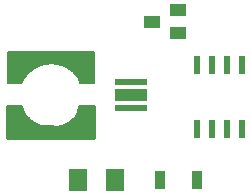
<source format=gtp>
G75*
%MOIN*%
%OFA0B0*%
%FSLAX25Y25*%
%IPPOS*%
%LPD*%
%AMOC8*
5,1,8,0,0,1.08239X$1,22.5*
%
%ADD10R,0.05000X0.05000*%
%ADD11C,0.01200*%
%ADD12C,0.00160*%
%ADD13C,0.00500*%
%ADD14R,0.11024X0.02165*%
%ADD15R,0.11024X0.03937*%
%ADD16R,0.05512X0.03937*%
%ADD17R,0.03543X0.06299*%
%ADD18R,0.02165X0.05906*%
%ADD19R,0.06299X0.07480*%
D10*
X0113162Y0047189D03*
X0113162Y0070811D03*
D11*
X0086981Y0054866D02*
X0086981Y0044630D01*
X0115721Y0044630D01*
X0115721Y0054866D01*
X0111194Y0054866D01*
X0110872Y0053583D01*
X0110344Y0052371D01*
X0109624Y0051261D01*
X0108732Y0050284D01*
X0107692Y0049467D01*
X0106532Y0048832D01*
X0105283Y0048396D01*
X0103980Y0048170D01*
X0102657Y0048162D01*
X0101351Y0048370D01*
X0100053Y0048209D01*
X0098745Y0048253D01*
X0097460Y0048501D01*
X0096230Y0048947D01*
X0095085Y0049580D01*
X0094053Y0050384D01*
X0093159Y0051340D01*
X0092426Y0052424D01*
X0091871Y0053609D01*
X0091509Y0054866D01*
X0086981Y0054866D01*
X0086981Y0054234D02*
X0091691Y0054234D01*
X0092139Y0053036D02*
X0086981Y0053036D01*
X0086981Y0051837D02*
X0092822Y0051837D01*
X0093814Y0050639D02*
X0086981Y0050639D01*
X0086981Y0049440D02*
X0095337Y0049440D01*
X0099070Y0048242D02*
X0086981Y0048242D01*
X0086981Y0047043D02*
X0115721Y0047043D01*
X0115721Y0045845D02*
X0086981Y0045845D01*
X0086981Y0044646D02*
X0115721Y0044646D01*
X0115721Y0048242D02*
X0104394Y0048242D01*
X0102154Y0048242D02*
X0100319Y0048242D01*
X0107643Y0049440D02*
X0115721Y0049440D01*
X0115721Y0050639D02*
X0109056Y0050639D01*
X0109998Y0051837D02*
X0115721Y0051837D01*
X0115721Y0053036D02*
X0110634Y0053036D01*
X0111035Y0054234D02*
X0115721Y0054234D01*
D12*
X0112455Y0063643D02*
X0111128Y0063085D01*
X0111023Y0063323D01*
X0110911Y0063558D01*
X0110795Y0063790D01*
X0110672Y0064019D01*
X0110544Y0064245D01*
X0110410Y0064468D01*
X0110271Y0064688D01*
X0110127Y0064904D01*
X0109977Y0065117D01*
X0109823Y0065326D01*
X0109663Y0065531D01*
X0109498Y0065732D01*
X0109329Y0065929D01*
X0109155Y0066122D01*
X0108976Y0066310D01*
X0108792Y0066494D01*
X0108604Y0066674D01*
X0108412Y0066849D01*
X0108215Y0067019D01*
X0108015Y0067184D01*
X0107810Y0067345D01*
X0107602Y0067500D01*
X0107390Y0067650D01*
X0107174Y0067796D01*
X0106955Y0067935D01*
X0106733Y0068070D01*
X0106507Y0068198D01*
X0106278Y0068322D01*
X0106046Y0068440D01*
X0105812Y0068552D01*
X0105575Y0068658D01*
X0105335Y0068758D01*
X0105093Y0068853D01*
X0104848Y0068942D01*
X0104602Y0069024D01*
X0104354Y0069101D01*
X0104103Y0069171D01*
X0103852Y0069236D01*
X0103598Y0069294D01*
X0103344Y0069346D01*
X0103088Y0069392D01*
X0102831Y0069432D01*
X0102573Y0069465D01*
X0102314Y0069492D01*
X0102055Y0069513D01*
X0101796Y0069527D01*
X0101536Y0069535D01*
X0101276Y0069537D01*
X0101016Y0069532D01*
X0100757Y0069521D01*
X0100497Y0069504D01*
X0100238Y0069480D01*
X0099980Y0069450D01*
X0099723Y0069414D01*
X0099466Y0069372D01*
X0099211Y0069323D01*
X0098957Y0069268D01*
X0098704Y0069207D01*
X0098453Y0069140D01*
X0098204Y0069066D01*
X0097956Y0068987D01*
X0097711Y0068901D01*
X0097468Y0068810D01*
X0097226Y0068713D01*
X0096988Y0068610D01*
X0096752Y0068501D01*
X0096519Y0068386D01*
X0096288Y0068266D01*
X0096061Y0068140D01*
X0095837Y0068008D01*
X0095616Y0067872D01*
X0095398Y0067729D01*
X0095184Y0067582D01*
X0094974Y0067429D01*
X0094767Y0067272D01*
X0094564Y0067109D01*
X0094366Y0066941D01*
X0094171Y0066769D01*
X0093981Y0066592D01*
X0093795Y0066410D01*
X0093613Y0066224D01*
X0093437Y0066033D01*
X0093264Y0065839D01*
X0093097Y0065640D01*
X0092935Y0065437D01*
X0092777Y0065230D01*
X0092625Y0065019D01*
X0092478Y0064805D01*
X0092336Y0064587D01*
X0092200Y0064366D01*
X0092068Y0064142D01*
X0091943Y0063914D01*
X0091823Y0063683D01*
X0091709Y0063450D01*
X0091600Y0063214D01*
X0091497Y0062975D01*
X0090164Y0063518D01*
X0090280Y0063790D01*
X0090403Y0064058D01*
X0090533Y0064323D01*
X0090669Y0064585D01*
X0090811Y0064844D01*
X0090960Y0065099D01*
X0091115Y0065351D01*
X0091276Y0065598D01*
X0091443Y0065842D01*
X0091616Y0066081D01*
X0091794Y0066316D01*
X0091979Y0066547D01*
X0092169Y0066773D01*
X0092364Y0066994D01*
X0092565Y0067211D01*
X0092771Y0067422D01*
X0092982Y0067629D01*
X0093198Y0067830D01*
X0093419Y0068026D01*
X0093644Y0068217D01*
X0093874Y0068402D01*
X0094109Y0068581D01*
X0094348Y0068754D01*
X0094591Y0068922D01*
X0094838Y0069084D01*
X0095089Y0069239D01*
X0095344Y0069389D01*
X0095602Y0069532D01*
X0095864Y0069669D01*
X0096129Y0069799D01*
X0096397Y0069923D01*
X0096668Y0070040D01*
X0096942Y0070151D01*
X0097218Y0070255D01*
X0097497Y0070352D01*
X0097778Y0070442D01*
X0098061Y0070525D01*
X0098346Y0070602D01*
X0098633Y0070671D01*
X0098922Y0070734D01*
X0099212Y0070789D01*
X0099503Y0070837D01*
X0099796Y0070879D01*
X0100089Y0070913D01*
X0100383Y0070939D01*
X0100678Y0070959D01*
X0100973Y0070972D01*
X0101268Y0070977D01*
X0101563Y0070975D01*
X0101858Y0070966D01*
X0102153Y0070949D01*
X0102448Y0070926D01*
X0102741Y0070895D01*
X0103034Y0070857D01*
X0103326Y0070812D01*
X0103617Y0070760D01*
X0103906Y0070701D01*
X0104194Y0070635D01*
X0104480Y0070561D01*
X0104764Y0070481D01*
X0105046Y0070394D01*
X0105326Y0070300D01*
X0105603Y0070199D01*
X0105878Y0070092D01*
X0106151Y0069978D01*
X0106420Y0069857D01*
X0106687Y0069729D01*
X0106950Y0069596D01*
X0107210Y0069455D01*
X0107466Y0069309D01*
X0107719Y0069156D01*
X0107968Y0068997D01*
X0108213Y0068832D01*
X0108453Y0068662D01*
X0108690Y0068485D01*
X0108922Y0068303D01*
X0109150Y0068115D01*
X0109373Y0067921D01*
X0109591Y0067722D01*
X0109805Y0067518D01*
X0110013Y0067309D01*
X0110216Y0067095D01*
X0110414Y0066875D01*
X0110606Y0066651D01*
X0110793Y0066423D01*
X0110975Y0066190D01*
X0111150Y0065952D01*
X0111320Y0065711D01*
X0111484Y0065465D01*
X0111641Y0065215D01*
X0111793Y0064962D01*
X0111938Y0064705D01*
X0112077Y0064444D01*
X0112210Y0064181D01*
X0112336Y0063914D01*
X0112456Y0063644D01*
X0112316Y0063585D01*
X0112198Y0063852D01*
X0112074Y0064115D01*
X0111943Y0064376D01*
X0111805Y0064633D01*
X0111662Y0064887D01*
X0111512Y0065137D01*
X0111357Y0065384D01*
X0111195Y0065626D01*
X0111027Y0065865D01*
X0110854Y0066099D01*
X0110675Y0066329D01*
X0110490Y0066555D01*
X0110300Y0066776D01*
X0110105Y0066993D01*
X0109904Y0067204D01*
X0109699Y0067411D01*
X0109488Y0067612D01*
X0109272Y0067809D01*
X0109052Y0068000D01*
X0108827Y0068185D01*
X0108598Y0068365D01*
X0108364Y0068540D01*
X0108126Y0068708D01*
X0107884Y0068871D01*
X0107639Y0069028D01*
X0107389Y0069179D01*
X0107136Y0069324D01*
X0106879Y0069462D01*
X0106619Y0069594D01*
X0106356Y0069720D01*
X0106090Y0069839D01*
X0105821Y0069952D01*
X0105550Y0070058D01*
X0105276Y0070158D01*
X0104999Y0070250D01*
X0104721Y0070336D01*
X0104440Y0070416D01*
X0104158Y0070488D01*
X0103874Y0070553D01*
X0103588Y0070612D01*
X0103301Y0070663D01*
X0103013Y0070708D01*
X0102724Y0070745D01*
X0102434Y0070775D01*
X0102143Y0070799D01*
X0101852Y0070815D01*
X0101560Y0070824D01*
X0101269Y0070826D01*
X0100977Y0070821D01*
X0100686Y0070808D01*
X0100395Y0070789D01*
X0100105Y0070762D01*
X0099815Y0070729D01*
X0099526Y0070688D01*
X0099239Y0070640D01*
X0098952Y0070586D01*
X0098667Y0070524D01*
X0098384Y0070456D01*
X0098102Y0070380D01*
X0097823Y0070298D01*
X0097545Y0070209D01*
X0097270Y0070113D01*
X0096997Y0070010D01*
X0096726Y0069901D01*
X0096459Y0069785D01*
X0096194Y0069663D01*
X0095933Y0069534D01*
X0095674Y0069399D01*
X0095419Y0069258D01*
X0095168Y0069110D01*
X0094920Y0068957D01*
X0094676Y0068797D01*
X0094436Y0068632D01*
X0094200Y0068460D01*
X0093968Y0068283D01*
X0093741Y0068101D01*
X0093518Y0067912D01*
X0093300Y0067719D01*
X0093087Y0067520D01*
X0092878Y0067316D01*
X0092675Y0067107D01*
X0092477Y0066894D01*
X0092284Y0066675D01*
X0092096Y0066452D01*
X0091914Y0066224D01*
X0091738Y0065992D01*
X0091567Y0065755D01*
X0091402Y0065515D01*
X0091243Y0065271D01*
X0091090Y0065022D01*
X0090943Y0064770D01*
X0090803Y0064515D01*
X0090668Y0064256D01*
X0090540Y0063994D01*
X0090419Y0063729D01*
X0090303Y0063461D01*
X0090443Y0063404D01*
X0090557Y0063669D01*
X0090677Y0063931D01*
X0090803Y0064189D01*
X0090936Y0064445D01*
X0091075Y0064697D01*
X0091220Y0064945D01*
X0091371Y0065190D01*
X0091528Y0065432D01*
X0091691Y0065669D01*
X0091859Y0065903D01*
X0092034Y0066132D01*
X0092213Y0066357D01*
X0092399Y0066577D01*
X0092589Y0066793D01*
X0092785Y0067004D01*
X0092986Y0067210D01*
X0093191Y0067411D01*
X0093402Y0067608D01*
X0093617Y0067799D01*
X0093837Y0067984D01*
X0094062Y0068165D01*
X0094290Y0068339D01*
X0094523Y0068509D01*
X0094760Y0068672D01*
X0095001Y0068830D01*
X0095246Y0068981D01*
X0095494Y0069127D01*
X0095746Y0069266D01*
X0096001Y0069400D01*
X0096259Y0069527D01*
X0096521Y0069647D01*
X0096785Y0069762D01*
X0097052Y0069869D01*
X0097321Y0069971D01*
X0097593Y0070065D01*
X0097867Y0070153D01*
X0098143Y0070235D01*
X0098422Y0070309D01*
X0098701Y0070377D01*
X0098983Y0070438D01*
X0099265Y0070492D01*
X0099549Y0070539D01*
X0099834Y0070579D01*
X0100120Y0070612D01*
X0100407Y0070638D01*
X0100694Y0070658D01*
X0100982Y0070670D01*
X0101270Y0070675D01*
X0101558Y0070673D01*
X0101845Y0070664D01*
X0102133Y0070648D01*
X0102420Y0070625D01*
X0102706Y0070595D01*
X0102991Y0070558D01*
X0103276Y0070514D01*
X0103559Y0070464D01*
X0103841Y0070406D01*
X0104122Y0070341D01*
X0104401Y0070270D01*
X0104678Y0070192D01*
X0104953Y0070107D01*
X0105226Y0070015D01*
X0105496Y0069917D01*
X0105764Y0069812D01*
X0106030Y0069701D01*
X0106293Y0069583D01*
X0106552Y0069459D01*
X0106809Y0069328D01*
X0107062Y0069192D01*
X0107312Y0069049D01*
X0107559Y0068900D01*
X0107801Y0068745D01*
X0108040Y0068585D01*
X0108275Y0068418D01*
X0108506Y0068246D01*
X0108732Y0068068D01*
X0108954Y0067885D01*
X0109172Y0067696D01*
X0109384Y0067502D01*
X0109592Y0067303D01*
X0109795Y0067099D01*
X0109994Y0066891D01*
X0110186Y0066677D01*
X0110374Y0066459D01*
X0110556Y0066236D01*
X0110733Y0066009D01*
X0110904Y0065777D01*
X0111070Y0065542D01*
X0111229Y0065302D01*
X0111383Y0065059D01*
X0111531Y0064812D01*
X0111673Y0064561D01*
X0111808Y0064307D01*
X0111938Y0064050D01*
X0112061Y0063790D01*
X0112177Y0063527D01*
X0112038Y0063468D01*
X0111923Y0063728D01*
X0111801Y0063985D01*
X0111674Y0064239D01*
X0111540Y0064489D01*
X0111400Y0064737D01*
X0111254Y0064980D01*
X0111102Y0065221D01*
X0110945Y0065457D01*
X0110781Y0065690D01*
X0110612Y0065918D01*
X0110438Y0066142D01*
X0110258Y0066362D01*
X0110073Y0066578D01*
X0109882Y0066789D01*
X0109687Y0066995D01*
X0109486Y0067196D01*
X0109281Y0067392D01*
X0109071Y0067584D01*
X0108856Y0067770D01*
X0108637Y0067951D01*
X0108413Y0068126D01*
X0108186Y0068296D01*
X0107954Y0068461D01*
X0107718Y0068619D01*
X0107478Y0068772D01*
X0107235Y0068919D01*
X0106989Y0069060D01*
X0106738Y0069195D01*
X0106485Y0069324D01*
X0106229Y0069446D01*
X0105969Y0069562D01*
X0105707Y0069672D01*
X0105443Y0069776D01*
X0105176Y0069873D01*
X0104906Y0069963D01*
X0104635Y0070047D01*
X0104361Y0070124D01*
X0104086Y0070195D01*
X0103809Y0070258D01*
X0103531Y0070315D01*
X0103251Y0070365D01*
X0102970Y0070409D01*
X0102688Y0070445D01*
X0102406Y0070475D01*
X0102122Y0070497D01*
X0101839Y0070513D01*
X0101555Y0070522D01*
X0101271Y0070524D01*
X0100986Y0070519D01*
X0100703Y0070507D01*
X0100419Y0070488D01*
X0100136Y0070462D01*
X0099854Y0070429D01*
X0099572Y0070390D01*
X0099292Y0070343D01*
X0099013Y0070290D01*
X0098735Y0070230D01*
X0098459Y0070163D01*
X0098185Y0070089D01*
X0097912Y0070009D01*
X0097641Y0069922D01*
X0097373Y0069829D01*
X0097107Y0069729D01*
X0096844Y0069622D01*
X0096583Y0069510D01*
X0096325Y0069391D01*
X0096070Y0069265D01*
X0095818Y0069134D01*
X0095569Y0068996D01*
X0095324Y0068852D01*
X0095083Y0068702D01*
X0094845Y0068547D01*
X0094611Y0068386D01*
X0094381Y0068219D01*
X0094155Y0068046D01*
X0093934Y0067868D01*
X0093717Y0067685D01*
X0093504Y0067496D01*
X0093296Y0067303D01*
X0093093Y0067104D01*
X0092895Y0066900D01*
X0092701Y0066692D01*
X0092513Y0066479D01*
X0092331Y0066261D01*
X0092153Y0066040D01*
X0091981Y0065813D01*
X0091815Y0065583D01*
X0091654Y0065349D01*
X0091499Y0065110D01*
X0091350Y0064869D01*
X0091207Y0064623D01*
X0091070Y0064374D01*
X0090939Y0064122D01*
X0090814Y0063867D01*
X0090695Y0063609D01*
X0090583Y0063347D01*
X0090723Y0063290D01*
X0090834Y0063548D01*
X0090951Y0063803D01*
X0091074Y0064055D01*
X0091203Y0064304D01*
X0091339Y0064549D01*
X0091480Y0064792D01*
X0091627Y0065030D01*
X0091780Y0065265D01*
X0091939Y0065497D01*
X0092103Y0065724D01*
X0092273Y0065947D01*
X0092448Y0066166D01*
X0092628Y0066381D01*
X0092814Y0066591D01*
X0093005Y0066797D01*
X0093200Y0066998D01*
X0093401Y0067194D01*
X0093606Y0067385D01*
X0093816Y0067571D01*
X0094030Y0067752D01*
X0094249Y0067928D01*
X0094472Y0068098D01*
X0094699Y0068263D01*
X0094930Y0068422D01*
X0095164Y0068575D01*
X0095403Y0068723D01*
X0095645Y0068865D01*
X0095890Y0069001D01*
X0096139Y0069131D01*
X0096390Y0069254D01*
X0096645Y0069372D01*
X0096902Y0069483D01*
X0097162Y0069588D01*
X0097425Y0069687D01*
X0097690Y0069779D01*
X0097957Y0069865D01*
X0098226Y0069944D01*
X0098497Y0070017D01*
X0098769Y0070083D01*
X0099043Y0070142D01*
X0099319Y0070195D01*
X0099595Y0070240D01*
X0099873Y0070280D01*
X0100152Y0070312D01*
X0100431Y0070337D01*
X0100711Y0070356D01*
X0100991Y0070368D01*
X0101271Y0070373D01*
X0101552Y0070371D01*
X0101832Y0070362D01*
X0102112Y0070347D01*
X0102392Y0070324D01*
X0102671Y0070295D01*
X0102949Y0070259D01*
X0103226Y0070217D01*
X0103502Y0070167D01*
X0103777Y0070111D01*
X0104050Y0070048D01*
X0104322Y0069978D01*
X0104592Y0069902D01*
X0104860Y0069819D01*
X0105126Y0069730D01*
X0105389Y0069635D01*
X0105650Y0069532D01*
X0105909Y0069424D01*
X0106165Y0069309D01*
X0106418Y0069188D01*
X0106668Y0069061D01*
X0106915Y0068928D01*
X0107158Y0068789D01*
X0107398Y0068644D01*
X0107635Y0068493D01*
X0107868Y0068337D01*
X0108096Y0068174D01*
X0108321Y0068007D01*
X0108542Y0067834D01*
X0108758Y0067655D01*
X0108970Y0067471D01*
X0109177Y0067283D01*
X0109380Y0067089D01*
X0109578Y0066890D01*
X0109771Y0066687D01*
X0109959Y0066478D01*
X0110142Y0066266D01*
X0110319Y0066049D01*
X0110492Y0065827D01*
X0110658Y0065602D01*
X0110820Y0065372D01*
X0110975Y0065139D01*
X0111125Y0064902D01*
X0111269Y0064661D01*
X0111407Y0064417D01*
X0111539Y0064170D01*
X0111665Y0063919D01*
X0111785Y0063666D01*
X0111899Y0063409D01*
X0111760Y0063351D01*
X0111647Y0063604D01*
X0111529Y0063854D01*
X0111405Y0064101D01*
X0111274Y0064345D01*
X0111138Y0064586D01*
X0110996Y0064824D01*
X0110848Y0065058D01*
X0110694Y0065288D01*
X0110535Y0065514D01*
X0110371Y0065737D01*
X0110201Y0065955D01*
X0110025Y0066169D01*
X0109845Y0066379D01*
X0109660Y0066585D01*
X0109469Y0066785D01*
X0109274Y0066981D01*
X0109074Y0067173D01*
X0108869Y0067359D01*
X0108660Y0067540D01*
X0108447Y0067716D01*
X0108229Y0067887D01*
X0108007Y0068053D01*
X0107781Y0068213D01*
X0107552Y0068367D01*
X0107318Y0068516D01*
X0107081Y0068659D01*
X0106841Y0068796D01*
X0106598Y0068928D01*
X0106351Y0069053D01*
X0106101Y0069172D01*
X0105849Y0069286D01*
X0105593Y0069393D01*
X0105336Y0069493D01*
X0105076Y0069588D01*
X0104813Y0069676D01*
X0104549Y0069757D01*
X0104282Y0069833D01*
X0104014Y0069901D01*
X0103745Y0069963D01*
X0103473Y0070019D01*
X0103201Y0070068D01*
X0102928Y0070110D01*
X0102653Y0070145D01*
X0102378Y0070174D01*
X0102102Y0070196D01*
X0101826Y0070211D01*
X0101549Y0070220D01*
X0101272Y0070222D01*
X0100996Y0070217D01*
X0100719Y0070205D01*
X0100443Y0070187D01*
X0100167Y0070162D01*
X0099892Y0070130D01*
X0099618Y0070091D01*
X0099345Y0070046D01*
X0099074Y0069994D01*
X0098803Y0069936D01*
X0098534Y0069870D01*
X0098267Y0069799D01*
X0098001Y0069721D01*
X0097738Y0069636D01*
X0097476Y0069545D01*
X0097217Y0069448D01*
X0096961Y0069344D01*
X0096707Y0069234D01*
X0096456Y0069118D01*
X0096207Y0068996D01*
X0095962Y0068868D01*
X0095720Y0068734D01*
X0095481Y0068594D01*
X0095246Y0068448D01*
X0095014Y0068297D01*
X0094786Y0068140D01*
X0094562Y0067977D01*
X0094342Y0067809D01*
X0094127Y0067636D01*
X0093915Y0067457D01*
X0093708Y0067274D01*
X0093506Y0067085D01*
X0093308Y0066892D01*
X0093115Y0066693D01*
X0092926Y0066491D01*
X0092743Y0066283D01*
X0092565Y0066071D01*
X0092392Y0065855D01*
X0092225Y0065635D01*
X0092063Y0065410D01*
X0091906Y0065182D01*
X0091755Y0064950D01*
X0091610Y0064715D01*
X0091470Y0064476D01*
X0091337Y0064233D01*
X0091209Y0063988D01*
X0091088Y0063739D01*
X0090972Y0063488D01*
X0090863Y0063234D01*
X0091003Y0063177D01*
X0091111Y0063427D01*
X0091225Y0063675D01*
X0091345Y0063921D01*
X0091470Y0064163D01*
X0091602Y0064402D01*
X0091740Y0064638D01*
X0091883Y0064870D01*
X0092032Y0065099D01*
X0092187Y0065324D01*
X0092347Y0065546D01*
X0092512Y0065763D01*
X0092682Y0065976D01*
X0092858Y0066185D01*
X0093039Y0066390D01*
X0093225Y0066590D01*
X0093415Y0066786D01*
X0093610Y0066976D01*
X0093810Y0067162D01*
X0094014Y0067344D01*
X0094223Y0067520D01*
X0094436Y0067691D01*
X0094653Y0067856D01*
X0094874Y0068017D01*
X0095099Y0068172D01*
X0095327Y0068321D01*
X0095559Y0068465D01*
X0095795Y0068603D01*
X0096034Y0068735D01*
X0096276Y0068862D01*
X0096521Y0068982D01*
X0096769Y0069097D01*
X0097019Y0069205D01*
X0097273Y0069307D01*
X0097528Y0069403D01*
X0097786Y0069493D01*
X0098046Y0069576D01*
X0098308Y0069654D01*
X0098572Y0069724D01*
X0098837Y0069788D01*
X0099104Y0069846D01*
X0099372Y0069897D01*
X0099641Y0069942D01*
X0099912Y0069980D01*
X0100183Y0070011D01*
X0100455Y0070036D01*
X0100727Y0070054D01*
X0101000Y0070066D01*
X0101273Y0070071D01*
X0101546Y0070069D01*
X0101819Y0070061D01*
X0102092Y0070045D01*
X0102364Y0070024D01*
X0102635Y0069995D01*
X0102906Y0069960D01*
X0103176Y0069919D01*
X0103445Y0069871D01*
X0103712Y0069816D01*
X0103978Y0069755D01*
X0104243Y0069687D01*
X0104506Y0069613D01*
X0104767Y0069532D01*
X0105025Y0069445D01*
X0105282Y0069352D01*
X0105536Y0069253D01*
X0105788Y0069147D01*
X0106037Y0069036D01*
X0106284Y0068918D01*
X0106527Y0068794D01*
X0106767Y0068665D01*
X0107005Y0068529D01*
X0107238Y0068388D01*
X0107468Y0068241D01*
X0107695Y0068089D01*
X0107918Y0067931D01*
X0108137Y0067768D01*
X0108351Y0067599D01*
X0108562Y0067425D01*
X0108768Y0067247D01*
X0108970Y0067063D01*
X0109168Y0066874D01*
X0109360Y0066681D01*
X0109548Y0066482D01*
X0109731Y0066280D01*
X0109909Y0066073D01*
X0110082Y0065862D01*
X0110250Y0065646D01*
X0110412Y0065427D01*
X0110569Y0065203D01*
X0110721Y0064976D01*
X0110867Y0064745D01*
X0111007Y0064511D01*
X0111142Y0064273D01*
X0111270Y0064033D01*
X0111393Y0063789D01*
X0111510Y0063542D01*
X0111620Y0063292D01*
X0111481Y0063234D01*
X0111372Y0063480D01*
X0111257Y0063723D01*
X0111136Y0063964D01*
X0111009Y0064202D01*
X0110876Y0064436D01*
X0110738Y0064667D01*
X0110594Y0064895D01*
X0110444Y0065119D01*
X0110289Y0065339D01*
X0110129Y0065556D01*
X0109964Y0065768D01*
X0109793Y0065976D01*
X0109617Y0066181D01*
X0109437Y0066380D01*
X0109252Y0066576D01*
X0109061Y0066767D01*
X0108867Y0066953D01*
X0108668Y0067134D01*
X0108464Y0067310D01*
X0108256Y0067482D01*
X0108044Y0067648D01*
X0107828Y0067809D01*
X0107609Y0067965D01*
X0107385Y0068115D01*
X0107158Y0068260D01*
X0106928Y0068399D01*
X0106694Y0068533D01*
X0106457Y0068661D01*
X0106217Y0068783D01*
X0105974Y0068899D01*
X0105728Y0069009D01*
X0105479Y0069113D01*
X0105229Y0069211D01*
X0104975Y0069303D01*
X0104720Y0069389D01*
X0104463Y0069468D01*
X0104203Y0069541D01*
X0103943Y0069608D01*
X0103680Y0069668D01*
X0103416Y0069722D01*
X0103151Y0069770D01*
X0102885Y0069811D01*
X0102618Y0069845D01*
X0102350Y0069873D01*
X0102081Y0069895D01*
X0101813Y0069910D01*
X0101543Y0069918D01*
X0101274Y0069920D01*
X0101005Y0069915D01*
X0100736Y0069904D01*
X0100467Y0069886D01*
X0100199Y0069861D01*
X0099931Y0069830D01*
X0099664Y0069793D01*
X0099399Y0069749D01*
X0099134Y0069698D01*
X0098871Y0069641D01*
X0098609Y0069578D01*
X0098349Y0069508D01*
X0098091Y0069432D01*
X0097834Y0069350D01*
X0097580Y0069261D01*
X0097328Y0069167D01*
X0097078Y0069066D01*
X0096831Y0068959D01*
X0096586Y0068846D01*
X0096344Y0068727D01*
X0096106Y0068602D01*
X0095870Y0068472D01*
X0095638Y0068336D01*
X0095409Y0068194D01*
X0095183Y0068047D01*
X0094962Y0067894D01*
X0094744Y0067736D01*
X0094530Y0067572D01*
X0094320Y0067404D01*
X0094114Y0067230D01*
X0093912Y0067051D01*
X0093715Y0066868D01*
X0093522Y0066679D01*
X0093335Y0066486D01*
X0093151Y0066289D01*
X0092973Y0066087D01*
X0092800Y0065881D01*
X0092631Y0065671D01*
X0092468Y0065456D01*
X0092311Y0065238D01*
X0092158Y0065016D01*
X0092011Y0064790D01*
X0091870Y0064561D01*
X0091734Y0064328D01*
X0091604Y0064093D01*
X0091480Y0063854D01*
X0091361Y0063612D01*
X0091249Y0063367D01*
X0091142Y0063120D01*
X0091282Y0063063D01*
X0091387Y0063307D01*
X0091498Y0063548D01*
X0091615Y0063786D01*
X0091738Y0064022D01*
X0091866Y0064255D01*
X0092000Y0064484D01*
X0092139Y0064710D01*
X0092284Y0064933D01*
X0092435Y0065152D01*
X0092590Y0065367D01*
X0092751Y0065578D01*
X0092917Y0065786D01*
X0093088Y0065989D01*
X0093264Y0066188D01*
X0093444Y0066383D01*
X0093630Y0066573D01*
X0093820Y0066759D01*
X0094014Y0066940D01*
X0094213Y0067116D01*
X0094416Y0067287D01*
X0094623Y0067454D01*
X0094834Y0067615D01*
X0095049Y0067771D01*
X0095268Y0067922D01*
X0095490Y0068067D01*
X0095716Y0068207D01*
X0095945Y0068341D01*
X0096178Y0068470D01*
X0096413Y0068593D01*
X0096652Y0068710D01*
X0096893Y0068821D01*
X0097136Y0068927D01*
X0097383Y0069026D01*
X0097631Y0069119D01*
X0097882Y0069207D01*
X0098135Y0069288D01*
X0098390Y0069363D01*
X0098647Y0069432D01*
X0098905Y0069494D01*
X0099164Y0069550D01*
X0099425Y0069600D01*
X0099687Y0069643D01*
X0099950Y0069680D01*
X0100214Y0069711D01*
X0100479Y0069735D01*
X0100744Y0069753D01*
X0101009Y0069764D01*
X0101275Y0069769D01*
X0101540Y0069767D01*
X0101806Y0069759D01*
X0102071Y0069744D01*
X0102336Y0069723D01*
X0102600Y0069695D01*
X0102864Y0069661D01*
X0103126Y0069621D01*
X0103388Y0069574D01*
X0103648Y0069521D01*
X0103907Y0069461D01*
X0104164Y0069395D01*
X0104420Y0069323D01*
X0104673Y0069245D01*
X0104925Y0069160D01*
X0105175Y0069070D01*
X0105422Y0068973D01*
X0105667Y0068870D01*
X0105910Y0068762D01*
X0106149Y0068647D01*
X0106386Y0068527D01*
X0106620Y0068401D01*
X0106851Y0068269D01*
X0107078Y0068132D01*
X0107302Y0067989D01*
X0107522Y0067841D01*
X0107739Y0067687D01*
X0107952Y0067529D01*
X0108161Y0067365D01*
X0108366Y0067196D01*
X0108567Y0067022D01*
X0108763Y0066843D01*
X0108955Y0066659D01*
X0109143Y0066471D01*
X0109326Y0066278D01*
X0109504Y0066081D01*
X0109677Y0065880D01*
X0109845Y0065674D01*
X0110008Y0065465D01*
X0110166Y0065251D01*
X0110319Y0065034D01*
X0110467Y0064813D01*
X0110609Y0064589D01*
X0110745Y0064361D01*
X0110876Y0064130D01*
X0111001Y0063895D01*
X0111121Y0063658D01*
X0111234Y0063418D01*
X0111342Y0063175D01*
X0111203Y0063117D01*
X0111097Y0063356D01*
X0110985Y0063593D01*
X0110867Y0063827D01*
X0110743Y0064058D01*
X0110614Y0064286D01*
X0110480Y0064510D01*
X0110339Y0064732D01*
X0110194Y0064950D01*
X0110043Y0065164D01*
X0109888Y0065374D01*
X0109727Y0065581D01*
X0109561Y0065784D01*
X0109390Y0065982D01*
X0109214Y0066176D01*
X0109034Y0066366D01*
X0108849Y0066552D01*
X0108660Y0066733D01*
X0108466Y0066909D01*
X0108268Y0067081D01*
X0108066Y0067247D01*
X0107860Y0067409D01*
X0107650Y0067566D01*
X0107436Y0067717D01*
X0107219Y0067863D01*
X0106998Y0068004D01*
X0106774Y0068139D01*
X0106546Y0068269D01*
X0106316Y0068393D01*
X0106082Y0068512D01*
X0105846Y0068625D01*
X0105607Y0068732D01*
X0105365Y0068833D01*
X0105121Y0068929D01*
X0104875Y0069018D01*
X0104627Y0069101D01*
X0104377Y0069179D01*
X0104125Y0069250D01*
X0103871Y0069315D01*
X0103616Y0069373D01*
X0103359Y0069426D01*
X0103101Y0069472D01*
X0102842Y0069512D01*
X0102582Y0069545D01*
X0102322Y0069573D01*
X0102061Y0069594D01*
X0101799Y0069608D01*
X0101538Y0069616D01*
X0101276Y0069618D01*
X0101014Y0069613D01*
X0100752Y0069602D01*
X0100491Y0069585D01*
X0100230Y0069561D01*
X0099970Y0069531D01*
X0099710Y0069494D01*
X0099452Y0069451D01*
X0099195Y0069402D01*
X0098939Y0069347D01*
X0098684Y0069285D01*
X0098431Y0069218D01*
X0098180Y0069144D01*
X0097930Y0069064D01*
X0097683Y0068978D01*
X0097438Y0068885D01*
X0097195Y0068787D01*
X0096955Y0068683D01*
X0096717Y0068574D01*
X0096482Y0068458D01*
X0096250Y0068337D01*
X0096020Y0068210D01*
X0095795Y0068078D01*
X0095572Y0067940D01*
X0095353Y0067796D01*
X0095137Y0067648D01*
X0094925Y0067494D01*
X0094717Y0067335D01*
X0094512Y0067171D01*
X0094312Y0067002D01*
X0094116Y0066829D01*
X0093925Y0066650D01*
X0093737Y0066467D01*
X0093554Y0066279D01*
X0093376Y0066087D01*
X0093203Y0065891D01*
X0093034Y0065691D01*
X0092871Y0065486D01*
X0092712Y0065278D01*
X0092559Y0065066D01*
X0092410Y0064850D01*
X0092267Y0064630D01*
X0092130Y0064407D01*
X0091998Y0064181D01*
X0091871Y0063952D01*
X0091750Y0063719D01*
X0091635Y0063484D01*
X0091526Y0063246D01*
X0091422Y0063006D01*
X0090247Y0054357D02*
X0091574Y0054915D01*
X0091679Y0054677D01*
X0091791Y0054442D01*
X0091907Y0054210D01*
X0092030Y0053981D01*
X0092158Y0053755D01*
X0092292Y0053532D01*
X0092431Y0053312D01*
X0092575Y0053096D01*
X0092725Y0052883D01*
X0092879Y0052674D01*
X0093039Y0052469D01*
X0093204Y0052268D01*
X0093373Y0052071D01*
X0093547Y0051878D01*
X0093726Y0051690D01*
X0093910Y0051506D01*
X0094098Y0051326D01*
X0094290Y0051151D01*
X0094487Y0050981D01*
X0094687Y0050816D01*
X0094892Y0050655D01*
X0095100Y0050500D01*
X0095312Y0050350D01*
X0095528Y0050204D01*
X0095747Y0050065D01*
X0095969Y0049930D01*
X0096195Y0049802D01*
X0096424Y0049678D01*
X0096656Y0049560D01*
X0096890Y0049448D01*
X0097127Y0049342D01*
X0097367Y0049242D01*
X0097609Y0049147D01*
X0097854Y0049058D01*
X0098100Y0048976D01*
X0098348Y0048899D01*
X0098599Y0048829D01*
X0098850Y0048764D01*
X0099104Y0048706D01*
X0099358Y0048654D01*
X0099614Y0048608D01*
X0099871Y0048568D01*
X0100129Y0048535D01*
X0100388Y0048508D01*
X0100647Y0048487D01*
X0100906Y0048473D01*
X0101166Y0048465D01*
X0101426Y0048463D01*
X0101686Y0048468D01*
X0101945Y0048479D01*
X0102205Y0048496D01*
X0102464Y0048520D01*
X0102722Y0048550D01*
X0102979Y0048586D01*
X0103236Y0048628D01*
X0103491Y0048677D01*
X0103745Y0048732D01*
X0103998Y0048793D01*
X0104249Y0048860D01*
X0104498Y0048934D01*
X0104746Y0049013D01*
X0104991Y0049099D01*
X0105234Y0049190D01*
X0105476Y0049287D01*
X0105714Y0049390D01*
X0105950Y0049499D01*
X0106183Y0049614D01*
X0106414Y0049734D01*
X0106641Y0049860D01*
X0106865Y0049992D01*
X0107086Y0050128D01*
X0107304Y0050271D01*
X0107518Y0050418D01*
X0107728Y0050571D01*
X0107935Y0050728D01*
X0108138Y0050891D01*
X0108336Y0051059D01*
X0108531Y0051231D01*
X0108721Y0051408D01*
X0108907Y0051590D01*
X0109089Y0051776D01*
X0109265Y0051967D01*
X0109438Y0052161D01*
X0109605Y0052360D01*
X0109767Y0052563D01*
X0109925Y0052770D01*
X0110077Y0052981D01*
X0110224Y0053195D01*
X0110366Y0053413D01*
X0110502Y0053634D01*
X0110634Y0053858D01*
X0110759Y0054086D01*
X0110879Y0054317D01*
X0110993Y0054550D01*
X0111102Y0054786D01*
X0111205Y0055025D01*
X0112538Y0054482D01*
X0112422Y0054210D01*
X0112299Y0053942D01*
X0112169Y0053677D01*
X0112033Y0053415D01*
X0111891Y0053156D01*
X0111742Y0052901D01*
X0111587Y0052649D01*
X0111426Y0052402D01*
X0111259Y0052158D01*
X0111086Y0051919D01*
X0110908Y0051684D01*
X0110723Y0051453D01*
X0110533Y0051227D01*
X0110338Y0051006D01*
X0110137Y0050789D01*
X0109931Y0050578D01*
X0109720Y0050371D01*
X0109504Y0050170D01*
X0109283Y0049974D01*
X0109058Y0049783D01*
X0108828Y0049598D01*
X0108593Y0049419D01*
X0108354Y0049246D01*
X0108111Y0049078D01*
X0107864Y0048916D01*
X0107613Y0048761D01*
X0107358Y0048611D01*
X0107100Y0048468D01*
X0106838Y0048331D01*
X0106573Y0048201D01*
X0106305Y0048077D01*
X0106034Y0047960D01*
X0105760Y0047849D01*
X0105484Y0047745D01*
X0105205Y0047648D01*
X0104924Y0047558D01*
X0104641Y0047475D01*
X0104356Y0047398D01*
X0104069Y0047329D01*
X0103780Y0047266D01*
X0103490Y0047211D01*
X0103199Y0047163D01*
X0102906Y0047121D01*
X0102613Y0047087D01*
X0102319Y0047061D01*
X0102024Y0047041D01*
X0101729Y0047028D01*
X0101434Y0047023D01*
X0101139Y0047025D01*
X0100844Y0047034D01*
X0100549Y0047051D01*
X0100254Y0047074D01*
X0099961Y0047105D01*
X0099668Y0047143D01*
X0099376Y0047188D01*
X0099085Y0047240D01*
X0098796Y0047299D01*
X0098508Y0047365D01*
X0098222Y0047439D01*
X0097938Y0047519D01*
X0097656Y0047606D01*
X0097376Y0047700D01*
X0097099Y0047801D01*
X0096824Y0047908D01*
X0096551Y0048022D01*
X0096282Y0048143D01*
X0096015Y0048271D01*
X0095752Y0048404D01*
X0095492Y0048545D01*
X0095236Y0048691D01*
X0094983Y0048844D01*
X0094734Y0049003D01*
X0094489Y0049168D01*
X0094249Y0049338D01*
X0094012Y0049515D01*
X0093780Y0049697D01*
X0093552Y0049885D01*
X0093329Y0050079D01*
X0093111Y0050278D01*
X0092897Y0050482D01*
X0092689Y0050691D01*
X0092486Y0050905D01*
X0092288Y0051125D01*
X0092096Y0051349D01*
X0091909Y0051577D01*
X0091727Y0051810D01*
X0091552Y0052048D01*
X0091382Y0052289D01*
X0091218Y0052535D01*
X0091061Y0052785D01*
X0090909Y0053038D01*
X0090764Y0053295D01*
X0090625Y0053556D01*
X0090492Y0053819D01*
X0090366Y0054086D01*
X0090246Y0054356D01*
X0090386Y0054415D01*
X0090504Y0054148D01*
X0090628Y0053885D01*
X0090759Y0053624D01*
X0090897Y0053367D01*
X0091040Y0053113D01*
X0091190Y0052863D01*
X0091345Y0052616D01*
X0091507Y0052374D01*
X0091675Y0052135D01*
X0091848Y0051901D01*
X0092027Y0051671D01*
X0092212Y0051445D01*
X0092402Y0051224D01*
X0092597Y0051007D01*
X0092798Y0050796D01*
X0093003Y0050589D01*
X0093214Y0050388D01*
X0093430Y0050191D01*
X0093650Y0050000D01*
X0093875Y0049815D01*
X0094104Y0049635D01*
X0094338Y0049460D01*
X0094576Y0049292D01*
X0094818Y0049129D01*
X0095063Y0048972D01*
X0095313Y0048821D01*
X0095566Y0048676D01*
X0095823Y0048538D01*
X0096083Y0048406D01*
X0096346Y0048280D01*
X0096612Y0048161D01*
X0096881Y0048048D01*
X0097152Y0047942D01*
X0097426Y0047842D01*
X0097703Y0047750D01*
X0097981Y0047664D01*
X0098262Y0047584D01*
X0098544Y0047512D01*
X0098828Y0047447D01*
X0099114Y0047388D01*
X0099401Y0047337D01*
X0099689Y0047292D01*
X0099978Y0047255D01*
X0100268Y0047225D01*
X0100559Y0047201D01*
X0100850Y0047185D01*
X0101142Y0047176D01*
X0101433Y0047174D01*
X0101725Y0047179D01*
X0102016Y0047192D01*
X0102307Y0047211D01*
X0102597Y0047238D01*
X0102887Y0047271D01*
X0103176Y0047312D01*
X0103463Y0047360D01*
X0103750Y0047414D01*
X0104035Y0047476D01*
X0104318Y0047544D01*
X0104600Y0047620D01*
X0104879Y0047702D01*
X0105157Y0047791D01*
X0105432Y0047887D01*
X0105705Y0047990D01*
X0105976Y0048099D01*
X0106243Y0048215D01*
X0106508Y0048337D01*
X0106769Y0048466D01*
X0107028Y0048601D01*
X0107283Y0048742D01*
X0107534Y0048890D01*
X0107782Y0049043D01*
X0108026Y0049203D01*
X0108266Y0049368D01*
X0108502Y0049540D01*
X0108734Y0049717D01*
X0108961Y0049899D01*
X0109184Y0050088D01*
X0109402Y0050281D01*
X0109615Y0050480D01*
X0109824Y0050684D01*
X0110027Y0050893D01*
X0110225Y0051106D01*
X0110418Y0051325D01*
X0110606Y0051548D01*
X0110788Y0051776D01*
X0110964Y0052008D01*
X0111135Y0052245D01*
X0111300Y0052485D01*
X0111459Y0052729D01*
X0111612Y0052978D01*
X0111759Y0053230D01*
X0111899Y0053485D01*
X0112034Y0053744D01*
X0112162Y0054006D01*
X0112283Y0054271D01*
X0112399Y0054539D01*
X0112259Y0054596D01*
X0112145Y0054331D01*
X0112025Y0054069D01*
X0111899Y0053811D01*
X0111766Y0053555D01*
X0111627Y0053303D01*
X0111482Y0053055D01*
X0111331Y0052810D01*
X0111174Y0052568D01*
X0111011Y0052331D01*
X0110843Y0052097D01*
X0110668Y0051868D01*
X0110489Y0051643D01*
X0110303Y0051423D01*
X0110113Y0051207D01*
X0109917Y0050996D01*
X0109716Y0050790D01*
X0109511Y0050589D01*
X0109300Y0050392D01*
X0109085Y0050201D01*
X0108865Y0050016D01*
X0108640Y0049835D01*
X0108412Y0049661D01*
X0108179Y0049491D01*
X0107942Y0049328D01*
X0107701Y0049170D01*
X0107456Y0049019D01*
X0107208Y0048873D01*
X0106956Y0048734D01*
X0106701Y0048600D01*
X0106443Y0048473D01*
X0106181Y0048353D01*
X0105917Y0048238D01*
X0105650Y0048131D01*
X0105381Y0048029D01*
X0105109Y0047935D01*
X0104835Y0047847D01*
X0104559Y0047765D01*
X0104280Y0047691D01*
X0104001Y0047623D01*
X0103719Y0047562D01*
X0103437Y0047508D01*
X0103153Y0047461D01*
X0102868Y0047421D01*
X0102582Y0047388D01*
X0102295Y0047362D01*
X0102008Y0047342D01*
X0101720Y0047330D01*
X0101432Y0047325D01*
X0101144Y0047327D01*
X0100857Y0047336D01*
X0100569Y0047352D01*
X0100282Y0047375D01*
X0099996Y0047405D01*
X0099711Y0047442D01*
X0099426Y0047486D01*
X0099143Y0047536D01*
X0098861Y0047594D01*
X0098580Y0047659D01*
X0098301Y0047730D01*
X0098024Y0047808D01*
X0097749Y0047893D01*
X0097476Y0047985D01*
X0097206Y0048083D01*
X0096938Y0048188D01*
X0096672Y0048299D01*
X0096409Y0048417D01*
X0096150Y0048541D01*
X0095893Y0048672D01*
X0095640Y0048808D01*
X0095390Y0048951D01*
X0095143Y0049100D01*
X0094901Y0049255D01*
X0094662Y0049415D01*
X0094427Y0049582D01*
X0094196Y0049754D01*
X0093970Y0049932D01*
X0093748Y0050115D01*
X0093530Y0050304D01*
X0093318Y0050498D01*
X0093110Y0050697D01*
X0092907Y0050901D01*
X0092708Y0051109D01*
X0092516Y0051323D01*
X0092328Y0051541D01*
X0092146Y0051764D01*
X0091969Y0051991D01*
X0091798Y0052223D01*
X0091632Y0052458D01*
X0091473Y0052698D01*
X0091319Y0052941D01*
X0091171Y0053188D01*
X0091029Y0053439D01*
X0090894Y0053693D01*
X0090764Y0053950D01*
X0090641Y0054210D01*
X0090525Y0054473D01*
X0090664Y0054532D01*
X0090779Y0054272D01*
X0090901Y0054015D01*
X0091028Y0053761D01*
X0091162Y0053511D01*
X0091302Y0053263D01*
X0091448Y0053020D01*
X0091600Y0052779D01*
X0091757Y0052543D01*
X0091921Y0052310D01*
X0092090Y0052082D01*
X0092264Y0051858D01*
X0092444Y0051638D01*
X0092629Y0051422D01*
X0092820Y0051211D01*
X0093015Y0051005D01*
X0093216Y0050804D01*
X0093421Y0050608D01*
X0093631Y0050416D01*
X0093846Y0050230D01*
X0094065Y0050049D01*
X0094289Y0049874D01*
X0094516Y0049704D01*
X0094748Y0049539D01*
X0094984Y0049381D01*
X0095224Y0049228D01*
X0095467Y0049081D01*
X0095713Y0048940D01*
X0095964Y0048805D01*
X0096217Y0048676D01*
X0096473Y0048554D01*
X0096733Y0048438D01*
X0096995Y0048328D01*
X0097259Y0048224D01*
X0097526Y0048127D01*
X0097796Y0048037D01*
X0098067Y0047953D01*
X0098341Y0047876D01*
X0098616Y0047805D01*
X0098893Y0047742D01*
X0099171Y0047685D01*
X0099451Y0047635D01*
X0099732Y0047591D01*
X0100014Y0047555D01*
X0100296Y0047525D01*
X0100580Y0047503D01*
X0100863Y0047487D01*
X0101147Y0047478D01*
X0101431Y0047476D01*
X0101716Y0047481D01*
X0101999Y0047493D01*
X0102283Y0047512D01*
X0102566Y0047538D01*
X0102848Y0047571D01*
X0103130Y0047610D01*
X0103410Y0047657D01*
X0103689Y0047710D01*
X0103967Y0047770D01*
X0104243Y0047837D01*
X0104517Y0047911D01*
X0104790Y0047991D01*
X0105061Y0048078D01*
X0105329Y0048171D01*
X0105595Y0048271D01*
X0105858Y0048378D01*
X0106119Y0048490D01*
X0106377Y0048609D01*
X0106632Y0048735D01*
X0106884Y0048866D01*
X0107133Y0049004D01*
X0107378Y0049148D01*
X0107619Y0049298D01*
X0107857Y0049453D01*
X0108091Y0049614D01*
X0108321Y0049781D01*
X0108547Y0049954D01*
X0108768Y0050132D01*
X0108985Y0050315D01*
X0109198Y0050504D01*
X0109406Y0050697D01*
X0109609Y0050896D01*
X0109807Y0051100D01*
X0110001Y0051308D01*
X0110189Y0051521D01*
X0110371Y0051739D01*
X0110549Y0051960D01*
X0110721Y0052187D01*
X0110887Y0052417D01*
X0111048Y0052651D01*
X0111203Y0052890D01*
X0111352Y0053131D01*
X0111495Y0053377D01*
X0111632Y0053626D01*
X0111763Y0053878D01*
X0111888Y0054133D01*
X0112007Y0054391D01*
X0112119Y0054653D01*
X0111979Y0054710D01*
X0111868Y0054452D01*
X0111751Y0054197D01*
X0111628Y0053945D01*
X0111499Y0053696D01*
X0111363Y0053451D01*
X0111222Y0053208D01*
X0111075Y0052970D01*
X0110922Y0052735D01*
X0110763Y0052503D01*
X0110599Y0052276D01*
X0110429Y0052053D01*
X0110254Y0051834D01*
X0110074Y0051619D01*
X0109888Y0051409D01*
X0109697Y0051203D01*
X0109502Y0051002D01*
X0109301Y0050806D01*
X0109096Y0050615D01*
X0108886Y0050429D01*
X0108672Y0050248D01*
X0108453Y0050072D01*
X0108230Y0049902D01*
X0108003Y0049737D01*
X0107772Y0049578D01*
X0107538Y0049425D01*
X0107299Y0049277D01*
X0107057Y0049135D01*
X0106812Y0048999D01*
X0106563Y0048869D01*
X0106312Y0048746D01*
X0106057Y0048628D01*
X0105800Y0048517D01*
X0105540Y0048412D01*
X0105277Y0048313D01*
X0105012Y0048221D01*
X0104745Y0048135D01*
X0104476Y0048056D01*
X0104205Y0047983D01*
X0103933Y0047917D01*
X0103659Y0047858D01*
X0103383Y0047805D01*
X0103107Y0047760D01*
X0102829Y0047720D01*
X0102550Y0047688D01*
X0102271Y0047663D01*
X0101991Y0047644D01*
X0101711Y0047632D01*
X0101431Y0047627D01*
X0101150Y0047629D01*
X0100870Y0047638D01*
X0100590Y0047653D01*
X0100310Y0047676D01*
X0100031Y0047705D01*
X0099753Y0047741D01*
X0099476Y0047783D01*
X0099200Y0047833D01*
X0098925Y0047889D01*
X0098652Y0047952D01*
X0098380Y0048022D01*
X0098110Y0048098D01*
X0097842Y0048181D01*
X0097576Y0048270D01*
X0097313Y0048365D01*
X0097052Y0048468D01*
X0096793Y0048576D01*
X0096537Y0048691D01*
X0096284Y0048812D01*
X0096034Y0048939D01*
X0095787Y0049072D01*
X0095544Y0049211D01*
X0095304Y0049356D01*
X0095067Y0049507D01*
X0094834Y0049663D01*
X0094606Y0049826D01*
X0094381Y0049993D01*
X0094160Y0050166D01*
X0093944Y0050345D01*
X0093732Y0050529D01*
X0093525Y0050717D01*
X0093322Y0050911D01*
X0093124Y0051110D01*
X0092931Y0051313D01*
X0092743Y0051522D01*
X0092560Y0051734D01*
X0092383Y0051951D01*
X0092210Y0052173D01*
X0092044Y0052398D01*
X0091882Y0052628D01*
X0091727Y0052861D01*
X0091577Y0053098D01*
X0091433Y0053339D01*
X0091295Y0053583D01*
X0091163Y0053830D01*
X0091037Y0054081D01*
X0090917Y0054334D01*
X0090803Y0054591D01*
X0090942Y0054649D01*
X0091055Y0054396D01*
X0091173Y0054146D01*
X0091297Y0053899D01*
X0091428Y0053655D01*
X0091564Y0053414D01*
X0091706Y0053176D01*
X0091854Y0052942D01*
X0092008Y0052712D01*
X0092167Y0052486D01*
X0092331Y0052263D01*
X0092501Y0052045D01*
X0092677Y0051831D01*
X0092857Y0051621D01*
X0093042Y0051415D01*
X0093233Y0051215D01*
X0093428Y0051019D01*
X0093628Y0050827D01*
X0093833Y0050641D01*
X0094042Y0050460D01*
X0094255Y0050284D01*
X0094473Y0050113D01*
X0094695Y0049947D01*
X0094921Y0049787D01*
X0095150Y0049633D01*
X0095384Y0049484D01*
X0095621Y0049341D01*
X0095861Y0049204D01*
X0096104Y0049072D01*
X0096351Y0048947D01*
X0096601Y0048828D01*
X0096853Y0048714D01*
X0097109Y0048607D01*
X0097366Y0048507D01*
X0097626Y0048412D01*
X0097889Y0048324D01*
X0098153Y0048243D01*
X0098420Y0048167D01*
X0098688Y0048099D01*
X0098957Y0048037D01*
X0099229Y0047981D01*
X0099501Y0047932D01*
X0099774Y0047890D01*
X0100049Y0047855D01*
X0100324Y0047826D01*
X0100600Y0047804D01*
X0100876Y0047789D01*
X0101153Y0047780D01*
X0101430Y0047778D01*
X0101706Y0047783D01*
X0101983Y0047795D01*
X0102259Y0047813D01*
X0102535Y0047838D01*
X0102810Y0047870D01*
X0103084Y0047909D01*
X0103357Y0047954D01*
X0103628Y0048006D01*
X0103899Y0048064D01*
X0104168Y0048130D01*
X0104435Y0048201D01*
X0104701Y0048279D01*
X0104964Y0048364D01*
X0105226Y0048455D01*
X0105485Y0048552D01*
X0105741Y0048656D01*
X0105995Y0048766D01*
X0106246Y0048882D01*
X0106495Y0049004D01*
X0106740Y0049132D01*
X0106982Y0049266D01*
X0107221Y0049406D01*
X0107456Y0049552D01*
X0107688Y0049703D01*
X0107916Y0049860D01*
X0108140Y0050023D01*
X0108360Y0050191D01*
X0108575Y0050364D01*
X0108787Y0050543D01*
X0108994Y0050726D01*
X0109196Y0050915D01*
X0109394Y0051108D01*
X0109587Y0051307D01*
X0109776Y0051509D01*
X0109959Y0051717D01*
X0110137Y0051929D01*
X0110310Y0052145D01*
X0110477Y0052365D01*
X0110639Y0052590D01*
X0110796Y0052818D01*
X0110947Y0053050D01*
X0111092Y0053285D01*
X0111232Y0053524D01*
X0111365Y0053767D01*
X0111493Y0054012D01*
X0111614Y0054261D01*
X0111730Y0054512D01*
X0111839Y0054766D01*
X0111699Y0054823D01*
X0111591Y0054573D01*
X0111477Y0054325D01*
X0111357Y0054079D01*
X0111232Y0053837D01*
X0111100Y0053598D01*
X0110962Y0053362D01*
X0110819Y0053130D01*
X0110670Y0052901D01*
X0110515Y0052676D01*
X0110355Y0052454D01*
X0110190Y0052237D01*
X0110020Y0052024D01*
X0109844Y0051815D01*
X0109663Y0051610D01*
X0109477Y0051410D01*
X0109287Y0051214D01*
X0109092Y0051024D01*
X0108892Y0050838D01*
X0108688Y0050656D01*
X0108479Y0050480D01*
X0108266Y0050309D01*
X0108049Y0050144D01*
X0107828Y0049983D01*
X0107603Y0049828D01*
X0107375Y0049679D01*
X0107143Y0049535D01*
X0106907Y0049397D01*
X0106668Y0049265D01*
X0106426Y0049138D01*
X0106181Y0049018D01*
X0105933Y0048903D01*
X0105683Y0048795D01*
X0105429Y0048693D01*
X0105174Y0048597D01*
X0104916Y0048507D01*
X0104656Y0048424D01*
X0104394Y0048346D01*
X0104130Y0048276D01*
X0103865Y0048212D01*
X0103598Y0048154D01*
X0103330Y0048103D01*
X0103061Y0048058D01*
X0102790Y0048020D01*
X0102519Y0047989D01*
X0102247Y0047964D01*
X0101975Y0047946D01*
X0101702Y0047934D01*
X0101429Y0047929D01*
X0101156Y0047931D01*
X0100883Y0047939D01*
X0100610Y0047955D01*
X0100338Y0047976D01*
X0100067Y0048005D01*
X0099796Y0048040D01*
X0099526Y0048081D01*
X0099257Y0048129D01*
X0098990Y0048184D01*
X0098724Y0048245D01*
X0098459Y0048313D01*
X0098196Y0048387D01*
X0097935Y0048468D01*
X0097677Y0048555D01*
X0097420Y0048648D01*
X0097166Y0048747D01*
X0096914Y0048853D01*
X0096665Y0048964D01*
X0096418Y0049082D01*
X0096175Y0049206D01*
X0095935Y0049335D01*
X0095697Y0049471D01*
X0095464Y0049612D01*
X0095234Y0049759D01*
X0095007Y0049911D01*
X0094784Y0050069D01*
X0094565Y0050232D01*
X0094351Y0050401D01*
X0094140Y0050575D01*
X0093934Y0050753D01*
X0093732Y0050937D01*
X0093534Y0051126D01*
X0093342Y0051319D01*
X0093154Y0051518D01*
X0092971Y0051720D01*
X0092793Y0051927D01*
X0092620Y0052138D01*
X0092452Y0052354D01*
X0092290Y0052573D01*
X0092133Y0052797D01*
X0091981Y0053024D01*
X0091835Y0053255D01*
X0091695Y0053489D01*
X0091560Y0053727D01*
X0091432Y0053967D01*
X0091309Y0054211D01*
X0091192Y0054458D01*
X0091082Y0054708D01*
X0091221Y0054766D01*
X0091330Y0054520D01*
X0091445Y0054277D01*
X0091566Y0054036D01*
X0091693Y0053798D01*
X0091826Y0053564D01*
X0091964Y0053333D01*
X0092108Y0053105D01*
X0092258Y0052881D01*
X0092413Y0052661D01*
X0092573Y0052444D01*
X0092738Y0052232D01*
X0092909Y0052024D01*
X0093085Y0051819D01*
X0093265Y0051620D01*
X0093450Y0051424D01*
X0093641Y0051233D01*
X0093835Y0051047D01*
X0094034Y0050866D01*
X0094238Y0050690D01*
X0094446Y0050518D01*
X0094658Y0050352D01*
X0094874Y0050191D01*
X0095093Y0050035D01*
X0095317Y0049885D01*
X0095544Y0049740D01*
X0095774Y0049601D01*
X0096008Y0049467D01*
X0096245Y0049339D01*
X0096485Y0049217D01*
X0096728Y0049101D01*
X0096974Y0048991D01*
X0097223Y0048887D01*
X0097473Y0048789D01*
X0097727Y0048697D01*
X0097982Y0048611D01*
X0098239Y0048532D01*
X0098499Y0048459D01*
X0098759Y0048392D01*
X0099022Y0048332D01*
X0099286Y0048278D01*
X0099551Y0048230D01*
X0099817Y0048189D01*
X0100084Y0048155D01*
X0100352Y0048127D01*
X0100621Y0048105D01*
X0100889Y0048090D01*
X0101159Y0048082D01*
X0101428Y0048080D01*
X0101697Y0048085D01*
X0101966Y0048096D01*
X0102235Y0048114D01*
X0102503Y0048139D01*
X0102771Y0048170D01*
X0103038Y0048207D01*
X0103303Y0048251D01*
X0103568Y0048302D01*
X0103831Y0048359D01*
X0104093Y0048422D01*
X0104353Y0048492D01*
X0104611Y0048568D01*
X0104868Y0048650D01*
X0105122Y0048739D01*
X0105374Y0048833D01*
X0105624Y0048934D01*
X0105871Y0049041D01*
X0106116Y0049154D01*
X0106358Y0049273D01*
X0106596Y0049398D01*
X0106832Y0049528D01*
X0107064Y0049664D01*
X0107293Y0049806D01*
X0107519Y0049953D01*
X0107740Y0050106D01*
X0107958Y0050264D01*
X0108172Y0050428D01*
X0108382Y0050596D01*
X0108588Y0050770D01*
X0108790Y0050949D01*
X0108987Y0051132D01*
X0109180Y0051321D01*
X0109367Y0051514D01*
X0109551Y0051711D01*
X0109729Y0051913D01*
X0109902Y0052119D01*
X0110071Y0052329D01*
X0110234Y0052544D01*
X0110391Y0052762D01*
X0110544Y0052984D01*
X0110691Y0053210D01*
X0110832Y0053439D01*
X0110968Y0053672D01*
X0111098Y0053907D01*
X0111222Y0054146D01*
X0111341Y0054388D01*
X0111453Y0054633D01*
X0111560Y0054880D01*
X0111420Y0054937D01*
X0111315Y0054693D01*
X0111204Y0054452D01*
X0111087Y0054214D01*
X0110964Y0053978D01*
X0110836Y0053745D01*
X0110702Y0053516D01*
X0110563Y0053290D01*
X0110418Y0053067D01*
X0110267Y0052848D01*
X0110112Y0052633D01*
X0109951Y0052422D01*
X0109785Y0052214D01*
X0109614Y0052011D01*
X0109438Y0051812D01*
X0109258Y0051617D01*
X0109072Y0051427D01*
X0108882Y0051241D01*
X0108688Y0051060D01*
X0108489Y0050884D01*
X0108286Y0050713D01*
X0108079Y0050546D01*
X0107868Y0050385D01*
X0107653Y0050229D01*
X0107434Y0050078D01*
X0107212Y0049933D01*
X0106986Y0049793D01*
X0106757Y0049659D01*
X0106524Y0049530D01*
X0106289Y0049407D01*
X0106050Y0049290D01*
X0105809Y0049179D01*
X0105566Y0049073D01*
X0105319Y0048974D01*
X0105071Y0048881D01*
X0104820Y0048793D01*
X0104567Y0048712D01*
X0104312Y0048637D01*
X0104055Y0048568D01*
X0103797Y0048506D01*
X0103538Y0048450D01*
X0103277Y0048400D01*
X0103015Y0048357D01*
X0102752Y0048320D01*
X0102488Y0048289D01*
X0102223Y0048265D01*
X0101958Y0048247D01*
X0101693Y0048236D01*
X0101427Y0048231D01*
X0101162Y0048233D01*
X0100896Y0048241D01*
X0100631Y0048256D01*
X0100366Y0048277D01*
X0100102Y0048305D01*
X0099838Y0048339D01*
X0099576Y0048379D01*
X0099314Y0048426D01*
X0099054Y0048479D01*
X0098795Y0048539D01*
X0098538Y0048605D01*
X0098282Y0048677D01*
X0098029Y0048755D01*
X0097777Y0048840D01*
X0097527Y0048930D01*
X0097280Y0049027D01*
X0097035Y0049130D01*
X0096792Y0049238D01*
X0096553Y0049353D01*
X0096316Y0049473D01*
X0096082Y0049599D01*
X0095851Y0049731D01*
X0095624Y0049868D01*
X0095400Y0050011D01*
X0095180Y0050159D01*
X0094963Y0050313D01*
X0094750Y0050471D01*
X0094541Y0050635D01*
X0094336Y0050804D01*
X0094135Y0050978D01*
X0093939Y0051157D01*
X0093747Y0051341D01*
X0093559Y0051529D01*
X0093376Y0051722D01*
X0093198Y0051919D01*
X0093025Y0052120D01*
X0092857Y0052326D01*
X0092694Y0052535D01*
X0092536Y0052749D01*
X0092383Y0052966D01*
X0092235Y0053187D01*
X0092093Y0053411D01*
X0091957Y0053639D01*
X0091826Y0053870D01*
X0091701Y0054105D01*
X0091581Y0054342D01*
X0091468Y0054582D01*
X0091360Y0054825D01*
X0091499Y0054883D01*
X0091605Y0054644D01*
X0091717Y0054407D01*
X0091835Y0054173D01*
X0091959Y0053942D01*
X0092088Y0053714D01*
X0092222Y0053490D01*
X0092363Y0053268D01*
X0092508Y0053050D01*
X0092659Y0052836D01*
X0092814Y0052626D01*
X0092975Y0052419D01*
X0093141Y0052216D01*
X0093312Y0052018D01*
X0093488Y0051824D01*
X0093668Y0051634D01*
X0093853Y0051448D01*
X0094042Y0051267D01*
X0094236Y0051091D01*
X0094434Y0050919D01*
X0094636Y0050753D01*
X0094842Y0050591D01*
X0095052Y0050434D01*
X0095266Y0050283D01*
X0095483Y0050137D01*
X0095704Y0049996D01*
X0095928Y0049861D01*
X0096156Y0049731D01*
X0096386Y0049607D01*
X0096620Y0049488D01*
X0096856Y0049375D01*
X0097095Y0049268D01*
X0097337Y0049167D01*
X0097581Y0049071D01*
X0097827Y0048982D01*
X0098075Y0048899D01*
X0098325Y0048821D01*
X0098577Y0048750D01*
X0098831Y0048685D01*
X0099086Y0048627D01*
X0099343Y0048574D01*
X0099601Y0048528D01*
X0099860Y0048488D01*
X0100120Y0048455D01*
X0100380Y0048427D01*
X0100641Y0048406D01*
X0100903Y0048392D01*
X0101164Y0048384D01*
X0101426Y0048382D01*
X0101688Y0048387D01*
X0101950Y0048398D01*
X0102211Y0048415D01*
X0102472Y0048439D01*
X0102732Y0048469D01*
X0102992Y0048506D01*
X0103250Y0048549D01*
X0103507Y0048598D01*
X0103763Y0048653D01*
X0104018Y0048715D01*
X0104271Y0048782D01*
X0104522Y0048856D01*
X0104772Y0048936D01*
X0105019Y0049022D01*
X0105264Y0049115D01*
X0105507Y0049213D01*
X0105747Y0049317D01*
X0105985Y0049426D01*
X0106220Y0049542D01*
X0106452Y0049663D01*
X0106682Y0049790D01*
X0106907Y0049922D01*
X0107130Y0050060D01*
X0107349Y0050204D01*
X0107565Y0050352D01*
X0107777Y0050506D01*
X0107985Y0050665D01*
X0108190Y0050829D01*
X0108390Y0050998D01*
X0108586Y0051171D01*
X0108777Y0051350D01*
X0108965Y0051533D01*
X0109148Y0051721D01*
X0109326Y0051913D01*
X0109499Y0052109D01*
X0109668Y0052309D01*
X0109831Y0052514D01*
X0109990Y0052722D01*
X0110143Y0052934D01*
X0110292Y0053150D01*
X0110435Y0053370D01*
X0110572Y0053593D01*
X0110704Y0053819D01*
X0110831Y0054048D01*
X0110952Y0054281D01*
X0111067Y0054516D01*
X0111176Y0054754D01*
X0111280Y0054994D01*
D13*
X0111194Y0063134D02*
X0110832Y0064391D01*
X0110277Y0065576D01*
X0109544Y0066660D01*
X0108650Y0067616D01*
X0107618Y0068420D01*
X0106473Y0069053D01*
X0105243Y0069499D01*
X0103958Y0069747D01*
X0102650Y0069791D01*
X0101351Y0069630D01*
X0100045Y0069838D01*
X0098723Y0069830D01*
X0097419Y0069604D01*
X0096171Y0069168D01*
X0095011Y0068533D01*
X0093971Y0067716D01*
X0093078Y0066739D01*
X0092359Y0065629D01*
X0091831Y0064417D01*
X0091509Y0063134D01*
X0086981Y0063134D01*
X0086981Y0073370D01*
X0115721Y0073370D01*
X0115721Y0063134D01*
X0111194Y0063134D01*
X0111142Y0063315D02*
X0115721Y0063315D01*
X0115721Y0063814D02*
X0110998Y0063814D01*
X0110854Y0064312D02*
X0115721Y0064312D01*
X0115721Y0064811D02*
X0110635Y0064811D01*
X0110402Y0065309D02*
X0115721Y0065309D01*
X0115721Y0065808D02*
X0110120Y0065808D01*
X0109783Y0066306D02*
X0115721Y0066306D01*
X0115721Y0066805D02*
X0109409Y0066805D01*
X0108942Y0067303D02*
X0115721Y0067303D01*
X0115721Y0067802D02*
X0108412Y0067802D01*
X0107772Y0068301D02*
X0115721Y0068301D01*
X0115721Y0068799D02*
X0106933Y0068799D01*
X0105799Y0069298D02*
X0115721Y0069298D01*
X0115721Y0069796D02*
X0100310Y0069796D01*
X0098529Y0069796D02*
X0086981Y0069796D01*
X0086981Y0069298D02*
X0096542Y0069298D01*
X0095497Y0068799D02*
X0086981Y0068799D01*
X0086981Y0068301D02*
X0094715Y0068301D01*
X0094081Y0067802D02*
X0086981Y0067802D01*
X0086981Y0067303D02*
X0093594Y0067303D01*
X0093139Y0066805D02*
X0086981Y0066805D01*
X0086981Y0066306D02*
X0092798Y0066306D01*
X0092475Y0065808D02*
X0086981Y0065808D01*
X0086981Y0065309D02*
X0092219Y0065309D01*
X0092002Y0064811D02*
X0086981Y0064811D01*
X0086981Y0064312D02*
X0091805Y0064312D01*
X0091680Y0063814D02*
X0086981Y0063814D01*
X0086981Y0063315D02*
X0091554Y0063315D01*
X0086981Y0070295D02*
X0115721Y0070295D01*
X0115721Y0070793D02*
X0086981Y0070793D01*
X0086981Y0071292D02*
X0115721Y0071292D01*
X0115721Y0071790D02*
X0086981Y0071790D01*
X0086981Y0072289D02*
X0115721Y0072289D01*
X0115721Y0072787D02*
X0086981Y0072787D01*
X0086981Y0073286D02*
X0115721Y0073286D01*
D14*
X0127914Y0063429D03*
X0127914Y0054571D03*
D15*
X0127914Y0059000D03*
D16*
X0143695Y0079710D03*
X0143695Y0087190D03*
X0135033Y0083450D03*
D17*
X0137787Y0030737D03*
X0149991Y0030737D03*
D18*
X0149926Y0047645D03*
X0154926Y0047645D03*
X0159926Y0047645D03*
X0164926Y0047645D03*
X0164926Y0068905D03*
X0159926Y0068905D03*
X0154926Y0068905D03*
X0149926Y0068905D03*
D19*
X0122629Y0030637D03*
X0110424Y0030637D03*
M02*

</source>
